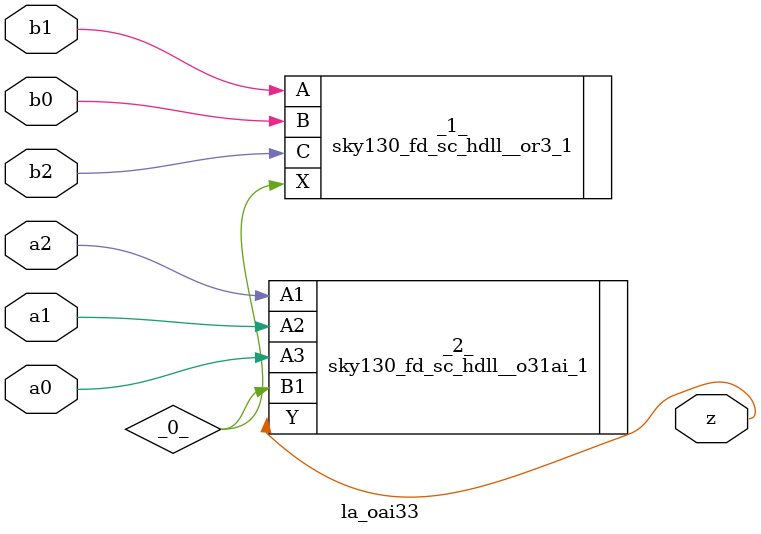
<source format=v>

/* Generated by Yosys 0.44 (git sha1 80ba43d26, g++ 11.4.0-1ubuntu1~22.04 -fPIC -O3) */

(* top =  1  *)
(* src = "inputs/la_oai33.v:10.1-24.10" *)
module la_oai33 (
    a0,
    a1,
    a2,
    b0,
    b1,
    b2,
    z
);
  wire _0_;
  (* src = "inputs/la_oai33.v:13.12-13.14" *)
  input a0;
  wire a0;
  (* src = "inputs/la_oai33.v:14.12-14.14" *)
  input a1;
  wire a1;
  (* src = "inputs/la_oai33.v:15.12-15.14" *)
  input a2;
  wire a2;
  (* src = "inputs/la_oai33.v:16.12-16.14" *)
  input b0;
  wire b0;
  (* src = "inputs/la_oai33.v:17.12-17.14" *)
  input b1;
  wire b1;
  (* src = "inputs/la_oai33.v:18.12-18.14" *)
  input b2;
  wire b2;
  (* src = "inputs/la_oai33.v:19.12-19.13" *)
  output z;
  wire z;
  sky130_fd_sc_hdll__or3_1 _1_ (
      .A(b1),
      .B(b0),
      .C(b2),
      .X(_0_)
  );
  sky130_fd_sc_hdll__o31ai_1 _2_ (
      .A1(a2),
      .A2(a1),
      .A3(a0),
      .B1(_0_),
      .Y (z)
  );
endmodule

</source>
